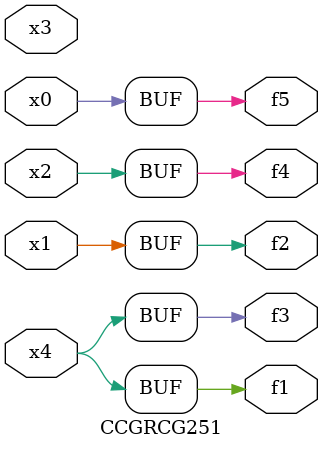
<source format=v>
module CCGRCG251(
	input x0, x1, x2, x3, x4,
	output f1, f2, f3, f4, f5
);
	assign f1 = x4;
	assign f2 = x1;
	assign f3 = x4;
	assign f4 = x2;
	assign f5 = x0;
endmodule

</source>
